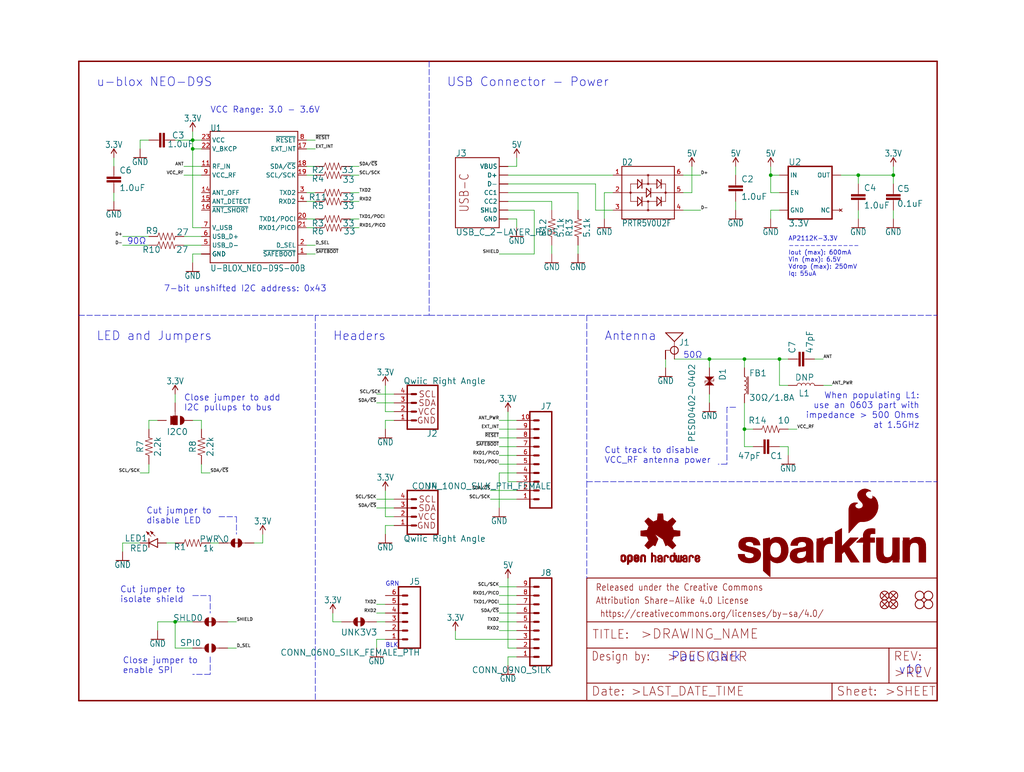
<source format=kicad_sch>
(kicad_sch (version 20211123) (generator eeschema)
  (paper "User" 297.002 223.926)
  (lib_symbols
    (symbol "eagleSchem-eagle-import:0.1UF-0603-25V-(+80{slash}-20%)"
      (property "Reference" "C" (at 1.524 2.921 0))
      (property "Value" "0.1UF-0603-25V-(+80{slash}-20%)" (at 1.524 -2.159 0))
      (symbol "0.1UF-0603-25V-(+80{slash}-20%)_1_0"
        (pin passive line (at 0 5.08 270) (length 2.54) (name "1") (number "1"))
        (pin passive line (at 0 -2.54 90) (length 2.54) (name "2") (number "2"))
      )
    )
    (symbol "eagleSchem-eagle-import:1.0UF-0603-16V-10%"
      (property "Reference" "C" (at 1.524 2.921 0))
      (property "Value" "1.0UF-0603-16V-10%" (at 1.524 -2.159 0))
      (symbol "1.0UF-0603-16V-10%_1_0"
        (pin passive line (at 0 5.08 270) (length 2.54) (name "1") (number "1"))
        (pin passive line (at 0 -2.54 90) (length 2.54) (name "2") (number "2"))
      )
    )
    (symbol "eagleSchem-eagle-import:10OHM-0603-1{slash}10W-1%"
      (property "Reference" "R" (at 0 1.524 0))
      (property "Value" "10OHM-0603-1{slash}10W-1%" (at 0 -1.524 0))
      (symbol "10OHM-0603-1{slash}10W-1%_1_0"
        (pin passive line (at -5.08 0 0) (length 2.54) (name "1") (number "1"))
        (pin passive line (at 5.08 0 180) (length 2.54) (name "2") (number "2"))
      )
    )
    (symbol "eagleSchem-eagle-import:1KOHM-0603-1{slash}10W-1%"
      (property "Reference" "R" (at 0 1.524 0))
      (property "Value" "1KOHM-0603-1{slash}10W-1%" (at 0 -1.524 0))
      (symbol "1KOHM-0603-1{slash}10W-1%_1_0"
        (pin passive line (at -5.08 0 0) (length 2.54) (name "1") (number "1"))
        (pin passive line (at 5.08 0 180) (length 2.54) (name "2") (number "2"))
      )
    )
    (symbol "eagleSchem-eagle-import:2.2KOHM-0603-1{slash}10W-1%"
      (property "Reference" "R" (at 0 1.524 0))
      (property "Value" "2.2KOHM-0603-1{slash}10W-1%" (at 0 -1.524 0))
      (symbol "2.2KOHM-0603-1{slash}10W-1%_1_0"
        (pin passive line (at -5.08 0 0) (length 2.54) (name "1") (number "1"))
        (pin passive line (at 5.08 0 180) (length 2.54) (name "2") (number "2"))
      )
    )
    (symbol "eagleSchem-eagle-import:27OHM-0603-1{slash}10W-1%"
      (property "Reference" "R" (at 0 1.524 0))
      (property "Value" "27OHM-0603-1{slash}10W-1%" (at 0 -1.524 0))
      (symbol "27OHM-0603-1{slash}10W-1%_1_0"
        (pin passive line (at -5.08 0 0) (length 2.54) (name "1") (number "1"))
        (pin passive line (at 5.08 0 180) (length 2.54) (name "2") (number "2"))
      )
    )
    (symbol "eagleSchem-eagle-import:3.3V" (power)
      (property "Value" "3.3V" (at 0 2.794 0))
      (symbol "3.3V_1_0"
        (pin power_in line (at 0 0 90) (length 2.54) (name "3.3V") (number "1"))
      )
    )
    (symbol "eagleSchem-eagle-import:33OHM-0603-1{slash}10W-1%"
      (property "Reference" "R" (at 0 1.524 0))
      (property "Value" "33OHM-0603-1{slash}10W-1%" (at 0 -1.524 0))
      (symbol "33OHM-0603-1{slash}10W-1%_1_0"
        (pin passive line (at -5.08 0 0) (length 2.54) (name "1") (number "1"))
        (pin passive line (at 5.08 0 180) (length 2.54) (name "2") (number "2"))
      )
    )
    (symbol "eagleSchem-eagle-import:47PF-0603-50V-5%"
      (property "Reference" "C" (at 1.524 2.921 0))
      (property "Value" "47PF-0603-50V-5%" (at 1.524 -2.159 0))
      (symbol "47PF-0603-50V-5%_1_0"
        (pin passive line (at 0 5.08 270) (length 2.54) (name "1") (number "1"))
        (pin passive line (at 0 -2.54 90) (length 2.54) (name "2") (number "2"))
      )
    )
    (symbol "eagleSchem-eagle-import:5.1KOHM5.1KOHM-0603-1{slash}10W-1%"
      (property "Reference" "R" (at 0 1.524 0))
      (property "Value" "5.1KOHM5.1KOHM-0603-1{slash}10W-1%" (at 0 -1.524 0))
      (symbol "5.1KOHM5.1KOHM-0603-1{slash}10W-1%_1_0"
        (pin passive line (at -5.08 0 0) (length 2.54) (name "1") (number "1"))
        (pin passive line (at 5.08 0 180) (length 2.54) (name "2") (number "2"))
      )
    )
    (symbol "eagleSchem-eagle-import:5V" (power)
      (property "Value" "5V" (at 0 2.794 0))
      (symbol "5V_1_0"
        (pin power_in line (at 0 0 90) (length 2.54) (name "5V") (number "1"))
      )
    )
    (symbol "eagleSchem-eagle-import:ANTENNA-SMA-GROUNDEDEDGE_SMA"
      (property "Reference" "E" (at 3.048 0 0))
      (property "Value" "ANTENNA-SMA-GROUNDEDEDGE_SMA" (at 3.048 -2.286 0))
      (symbol "ANTENNA-SMA-GROUNDEDEDGE_SMA_1_0"
        (pin bidirectional line (at 2.54 -2.54 90) (length 2.54) (name "GND") (number "GND@0"))
        (pin bidirectional line (at 2.54 -2.54 90) (length 2.54) (name "GND") (number "GND@1"))
        (pin bidirectional line (at 2.54 -2.54 90) (length 2.54) (name "GND") (number "GND@2"))
        (pin bidirectional line (at 2.54 -2.54 90) (length 2.54) (name "GND") (number "GND@3"))
        (pin bidirectional line (at 0 -2.54 90) (length 2.54) (name "SIGNAL") (number "SIG"))
      )
    )
    (symbol "eagleSchem-eagle-import:CONN_06NO_SILK_FEMALE_PTH"
      (property "Reference" "J" (at -5.08 10.668 0))
      (property "Value" "CONN_06NO_SILK_FEMALE_PTH" (at -5.08 -9.906 0))
      (symbol "CONN_06NO_SILK_FEMALE_PTH_1_0"
        (pin passive line (at 5.08 -5.08 180) (length 5.08) (name "1") (number "1"))
        (pin passive line (at 5.08 -2.54 180) (length 5.08) (name "2") (number "2"))
        (pin passive line (at 5.08 0 180) (length 5.08) (name "3") (number "3"))
        (pin passive line (at 5.08 2.54 180) (length 5.08) (name "4") (number "4"))
        (pin passive line (at 5.08 5.08 180) (length 5.08) (name "5") (number "5"))
        (pin passive line (at 5.08 7.62 180) (length 5.08) (name "6") (number "6"))
      )
    )
    (symbol "eagleSchem-eagle-import:CONN_09NO_SILK"
      (property "Reference" "J" (at 0 13.208 0))
      (property "Value" "CONN_09NO_SILK" (at 0 -14.986 0))
      (symbol "CONN_09NO_SILK_1_0"
        (pin passive line (at 10.16 -10.16 180) (length 5.08) (name "1") (number "1"))
        (pin passive line (at 10.16 -7.62 180) (length 5.08) (name "2") (number "2"))
        (pin passive line (at 10.16 -5.08 180) (length 5.08) (name "3") (number "3"))
        (pin passive line (at 10.16 -2.54 180) (length 5.08) (name "4") (number "4"))
        (pin passive line (at 10.16 0 180) (length 5.08) (name "5") (number "5"))
        (pin passive line (at 10.16 2.54 180) (length 5.08) (name "6") (number "6"))
        (pin passive line (at 10.16 5.08 180) (length 5.08) (name "7") (number "7"))
        (pin passive line (at 10.16 7.62 180) (length 5.08) (name "8") (number "8"))
        (pin passive line (at 10.16 10.16 180) (length 5.08) (name "9") (number "9"))
      )
    )
    (symbol "eagleSchem-eagle-import:CONN_10NO_SILK_PTH_FEMALE"
      (property "Reference" "J" (at 0 8.128 0))
      (property "Value" "CONN_10NO_SILK_PTH_FEMALE" (at 0 -22.606 0))
      (symbol "CONN_10NO_SILK_PTH_FEMALE_1_0"
        (pin passive line (at 10.16 -17.78 180) (length 5.08) (name "1") (number "1"))
        (pin passive line (at 10.16 5.08 180) (length 5.08) (name "10") (number "10"))
        (pin passive line (at 10.16 -15.24 180) (length 5.08) (name "2") (number "2"))
        (pin passive line (at 10.16 -12.7 180) (length 5.08) (name "3") (number "3"))
        (pin passive line (at 10.16 -10.16 180) (length 5.08) (name "4") (number "4"))
        (pin passive line (at 10.16 -7.62 180) (length 5.08) (name "5") (number "5"))
        (pin passive line (at 10.16 -5.08 180) (length 5.08) (name "6") (number "6"))
        (pin passive line (at 10.16 -2.54 180) (length 5.08) (name "7") (number "7"))
        (pin passive line (at 10.16 0 180) (length 5.08) (name "8") (number "8"))
        (pin passive line (at 10.16 2.54 180) (length 5.08) (name "9") (number "9"))
      )
    )
    (symbol "eagleSchem-eagle-import:DNP-0603_NO-CREAM"
      (property "Value" "DNP-0603_NO-CREAM" (at 1.27 -2.54 0))
      (symbol "DNP-0603_NO-CREAM_1_0"
        (pin passive line (at 0 5.08 270) (length 2.54) (name "1") (number "1"))
        (pin passive line (at 0 -5.08 90) (length 2.54) (name "2") (number "2"))
      )
    )
    (symbol "eagleSchem-eagle-import:FERRITE_BEAD-0603"
      (property "Reference" "FB" (at 1.27 2.54 0))
      (property "Value" "FERRITE_BEAD-0603" (at 1.27 -2.54 0))
      (symbol "FERRITE_BEAD-0603_1_0"
        (pin passive line (at 0 5.08 270) (length 2.54) (name "1") (number "1"))
        (pin passive line (at 0 -5.08 90) (length 2.54) (name "2") (number "2"))
      )
    )
    (symbol "eagleSchem-eagle-import:FIDUCIALUFIDUCIAL")
    (symbol "eagleSchem-eagle-import:FRAME-LETTER"
      (symbol "FRAME-LETTER_2_0"
        (text " https://creativecommons.org/licenses/by-sa/4.0/" (at 2.54 24.13 0) (effects (font (size 1.9304 1.6408)) (justify left bottom)))
        (text ">DESIGNER" (at 23.114 11.176 0) (effects (font (size 2.7432 2.7432)) (justify left bottom)))
        (text ">DRAWING_NAME" (at 15.494 17.78 0) (effects (font (size 2.7432 2.7432)) (justify left bottom)))
        (text ">LAST_DATE_TIME" (at 12.7 1.27 0) (effects (font (size 2.54 2.54)) (justify left bottom)))
        (text ">REV" (at 88.9 6.604 0) (effects (font (size 2.7432 2.7432)) (justify left bottom)))
        (text ">SHEET" (at 86.36 1.27 0) (effects (font (size 2.54 2.54)) (justify left bottom)))
        (text "Attribution Share-Alike 4.0 License" (at 2.54 27.94 0) (effects (font (size 1.9304 1.6408)) (justify left bottom)))
        (text "Date:" (at 1.27 1.27 0) (effects (font (size 2.54 2.54)) (justify left bottom)))
        (text "Design by:" (at 1.27 11.43 0) (effects (font (size 2.54 2.159)) (justify left bottom)))
        (text "Released under the Creative Commons" (at 2.54 31.75 0) (effects (font (size 1.9304 1.6408)) (justify left bottom)))
        (text "REV:" (at 88.9 11.43 0) (effects (font (size 2.54 2.54)) (justify left bottom)))
        (text "Sheet:" (at 72.39 1.27 0) (effects (font (size 2.54 2.54)) (justify left bottom)))
        (text "TITLE:" (at 1.524 17.78 0) (effects (font (size 2.54 2.54)) (justify left bottom)))
      )
    )
    (symbol "eagleSchem-eagle-import:GND" (power)
      (property "Value" "GND" (at 0 -0.254 0))
      (symbol "GND_1_0"
        (pin power_in line (at 0 2.54 270) (length 2.54) (name "GND") (number "1"))
      )
    )
    (symbol "eagleSchem-eagle-import:I2C_STANDARDQWIIC"
      (property "Reference" "J" (at -5.08 7.874 0))
      (property "Value" "I2C_STANDARDQWIIC" (at -5.08 -5.334 0))
      (symbol "I2C_STANDARDQWIIC_1_0"
        (text "GND" (at -4.572 -2.54 0) (effects (font (size 1.778 1.778)) (justify left)))
        (text "SCL" (at -4.572 5.08 0) (effects (font (size 1.778 1.778)) (justify left)))
        (text "SDA" (at -4.572 2.54 0) (effects (font (size 1.778 1.778)) (justify left)))
        (text "VCC" (at -4.572 0 0) (effects (font (size 1.778 1.778)) (justify left)))
        (pin power_in line (at 7.62 -2.54 180) (length 5.08) (name "1") (number "1"))
        (pin power_in line (at 7.62 0 180) (length 5.08) (name "2") (number "2"))
        (pin passive line (at 7.62 2.54 180) (length 5.08) (name "3") (number "3"))
        (pin passive line (at 7.62 5.08 180) (length 5.08) (name "4") (number "4"))
      )
    )
    (symbol "eagleSchem-eagle-import:JUMPER-SMT_2_NC_TRACE_SILK"
      (property "Reference" "JP" (at 0 3.048 0))
      (property "Value" "JUMPER-SMT_2_NC_TRACE_SILK" (at 0 -3.048 0))
      (symbol "JUMPER-SMT_2_NC_TRACE_SILK_1_0"
        (pin passive line (at -5.08 0 0) (length 2.54) (name "1") (number "1"))
        (pin passive line (at 5.08 0 180) (length 2.54) (name "2") (number "2"))
      )
    )
    (symbol "eagleSchem-eagle-import:JUMPER-SMT_2_NO_SILK"
      (property "Reference" "JP" (at 0 2.794 0))
      (property "Value" "JUMPER-SMT_2_NO_SILK" (at 0 -2.794 0))
      (symbol "JUMPER-SMT_2_NO_SILK_1_0"
        (pin passive line (at -5.08 0 0) (length 2.54) (name "1") (number "1"))
        (pin passive line (at 5.08 0 180) (length 2.54) (name "2") (number "2"))
      )
    )
    (symbol "eagleSchem-eagle-import:JUMPER-SMT_3_NO_SILK"
      (property "Reference" "JP" (at 6.096 1.27 0))
      (property "Value" "JUMPER-SMT_3_NO_SILK" (at 6.858 -1.524 0))
      (symbol "JUMPER-SMT_3_NO_SILK_1_0"
        (pin passive line (at 0 5.08 270) (length 2.54) (name "1") (number "1"))
        (pin passive line (at -5.08 0 0) (length 2.54) (name "2") (number "2"))
        (pin passive line (at 0 -5.08 90) (length 2.54) (name "3") (number "3"))
      )
    )
    (symbol "eagleSchem-eagle-import:LED-RED0603"
      (property "Reference" "D" (at -3.429 -4.572 90))
      (property "Value" "LED-RED0603" (at 1.905 -4.572 90))
      (symbol "LED-RED0603_1_0"
        (pin passive line (at 0 2.54 270) (length 2.54) (name "A") (number "A"))
        (pin passive line (at 0 -5.08 90) (length 2.54) (name "C") (number "C"))
      )
    )
    (symbol "eagleSchem-eagle-import:OSHW-LOGOS")
    (symbol "eagleSchem-eagle-import:PESD0402-0402"
      (property "Reference" "D" (at -2.54 2.794 0))
      (property "Value" "PESD0402-0402" (at -2.54 -2.794 0))
      (symbol "PESD0402-0402_1_0"
        (pin bidirectional line (at -2.54 0 0) (length 2.54) (name "1") (number "1"))
        (pin bidirectional line (at 5.08 0 180) (length 2.54) (name "2") (number "2"))
      )
    )
    (symbol "eagleSchem-eagle-import:PRTR5V0U2F"
      (property "Reference" "D" (at -7.62 7.874 0))
      (property "Value" "PRTR5V0U2F" (at -7.62 -7.874 0))
      (symbol "PRTR5V0U2F_1_0"
        (pin bidirectional line (at -10.16 5.08 0) (length 2.54) (name "1") (number "1"))
        (pin power_in line (at -10.16 0 0) (length 2.54) (name "2") (number "2"))
        (pin bidirectional line (at -10.16 -5.08 0) (length 2.54) (name "3") (number "3"))
        (pin bidirectional line (at 10.16 -5.08 180) (length 2.54) (name "4") (number "4"))
        (pin power_in line (at 10.16 0 180) (length 2.54) (name "5") (number "5"))
        (pin bidirectional line (at 10.16 5.08 180) (length 2.54) (name "6") (number "6"))
      )
    )
    (symbol "eagleSchem-eagle-import:SFE_LOGO_NAME_FLAME.1_INCH")
    (symbol "eagleSchem-eagle-import:STAND-OFF")
    (symbol "eagleSchem-eagle-import:U-BLOX_NEO-D9S-00B"
      (property "Reference" "U" (at -12.7 17.78 0))
      (property "Value" "U-BLOX_NEO-D9S-00B" (at -12.7 -22.86 0))
      (symbol "U-BLOX_NEO-D9S-00B_1_0"
        (pin input line (at 15.24 -17.78 180) (length 2.54) (name "~{SAFEBOOT}") (number "1"))
        (pin power_in line (at -15.24 -17.78 0) (length 2.54) (name "GND") (number "10"))
        (pin input line (at -15.24 7.62 0) (length 2.54) (name "RF_IN") (number "11"))
        (pin power_in line (at -15.24 -17.78 0) (length 2.54) (name "GND") (number "12"))
        (pin power_in line (at -15.24 -17.78 0) (length 2.54) (name "GND") (number "13"))
        (pin output line (at -15.24 0 0) (length 2.54) (name "ANT_OFF") (number "14"))
        (pin input line (at -15.24 -2.54 0) (length 2.54) (name "ANT_DETECT") (number "15"))
        (pin output line (at -15.24 -5.08 0) (length 2.54) (name "~{ANT_SHORT}") (number "16"))
        (pin input line (at 15.24 12.7 180) (length 2.54) (name "EXT_INT") (number "17"))
        (pin bidirectional line (at 15.24 7.62 180) (length 2.54) (name "SDA/~{CS}") (number "18"))
        (pin bidirectional line (at 15.24 5.08 180) (length 2.54) (name "SCL/SCK") (number "19"))
        (pin input line (at 15.24 -15.24 180) (length 2.54) (name "D_SEL") (number "2"))
        (pin output line (at 15.24 -7.62 180) (length 2.54) (name "TXD1/POCI") (number "20"))
        (pin input line (at 15.24 -10.16 180) (length 2.54) (name "RXD1/PICO") (number "21"))
        (pin power_in line (at -15.24 12.7 0) (length 2.54) (name "V_BKCP") (number "22"))
        (pin power_in line (at -15.24 15.24 0) (length 2.54) (name "VCC") (number "23"))
        (pin power_in line (at -15.24 -17.78 0) (length 2.54) (name "GND") (number "24"))
        (pin output line (at 15.24 0 180) (length 2.54) (name "TXD2") (number "3"))
        (pin input line (at 15.24 -2.54 180) (length 2.54) (name "RXD2") (number "4"))
        (pin bidirectional line (at -15.24 -15.24 0) (length 2.54) (name "USB_D-") (number "5"))
        (pin bidirectional line (at -15.24 -12.7 0) (length 2.54) (name "USB_D+") (number "6"))
        (pin power_in line (at -15.24 -10.16 0) (length 2.54) (name "V_USB") (number "7"))
        (pin input line (at 15.24 15.24 180) (length 2.54) (name "~{RESET}") (number "8"))
        (pin output line (at -15.24 5.08 0) (length 2.54) (name "VCC_RF") (number "9"))
      )
    )
    (symbol "eagleSchem-eagle-import:USB_C_2-LAYER_PADS"
      (property "Reference" "J" (at -2.54 10.414 0))
      (property "Value" "USB_C_2-LAYER_PADS" (at -2.54 -12.446 0))
      (symbol "USB_C_2-LAYER_PADS_1_0"
        (text "USB-C" (at 0 0 900) (effects (font (size 2.54 2.159))))
        (pin bidirectional line (at 12.7 0 180) (length 2.54) (name "CC1") (number "A5"))
        (pin bidirectional line (at 12.7 5.08 180) (length 2.54) (name "D+") (number "A6"))
        (pin bidirectional line (at 12.7 2.54 180) (length 2.54) (name "D-") (number "A7"))
        (pin bidirectional line (at 12.7 -2.54 180) (length 2.54) (name "CC2") (number "B5"))
        (pin bidirectional line (at 12.7 5.08 180) (length 2.54) (name "D+") (number "B6"))
        (pin bidirectional line (at 12.7 2.54 180) (length 2.54) (name "D-") (number "B7"))
        (pin bidirectional line (at 12.7 -7.62 180) (length 2.54) (name "GND") (number "GND"))
        (pin bidirectional line (at 12.7 -7.62 180) (length 2.54) (name "GND") (number "GND2"))
        (pin bidirectional line (at 12.7 -5.08 180) (length 2.54) (name "SHLD") (number "SHLD1"))
        (pin bidirectional line (at 12.7 -5.08 180) (length 2.54) (name "SHLD") (number "SHLD2"))
        (pin bidirectional line (at 12.7 -5.08 180) (length 2.54) (name "SHLD") (number "SHLD3"))
        (pin bidirectional line (at 12.7 -5.08 180) (length 2.54) (name "SHLD") (number "SHLD4"))
        (pin bidirectional line (at 12.7 7.62 180) (length 2.54) (name "VBUS") (number "VBUS1"))
        (pin bidirectional line (at 12.7 7.62 180) (length 2.54) (name "VBUS") (number "VBUS2"))
      )
    )
    (symbol "eagleSchem-eagle-import:V_REG_AP2112K-3.3V"
      (property "Reference" "U" (at -7.62 7.874 0))
      (property "Value" "V_REG_AP2112K-3.3V" (at -7.62 -7.874 0))
      (symbol "V_REG_AP2112K-3.3V_1_0"
        (pin input line (at -10.16 5.08 0) (length 2.54) (name "IN") (number "1"))
        (pin input line (at -10.16 -5.08 0) (length 2.54) (name "GND") (number "2"))
        (pin input line (at -10.16 0 0) (length 2.54) (name "EN") (number "3"))
        (pin no_connect line (at 7.62 -5.08 180) (length 2.54) (name "NC") (number "4"))
        (pin passive line (at 7.62 5.08 180) (length 2.54) (name "OUT") (number "5"))
      )
    )
  )
  (junction (at 223.52 50.8))
  (junction (at 50.8 180.34))
  (junction (at 215.9 124.46))
  (junction (at 215.9 104.14))
  (junction (at 55.88 43.18))
  (junction (at 259.08 50.8))
  (junction (at 248.92 50.8))
  (junction (at 205.74 104.14))
  (junction (at 226.06 104.14))
  (junction (at 55.88 40.64))
  (polyline (pts (xy 124.46 91.44) (xy 91.44 91.44)))
  (wire (pts (xy 215.9 104.14) (xy 215.9 106.68)))
  (wire (pts (xy 205.74 114.3) (xy 205.74 116.84)))
  (wire (pts (xy 259.08 48.26) (xy 259.08 50.8)))
  (wire (pts (xy 66.04 180.34) (xy 68.58 180.34)))
  (wire (pts (xy 147.32 190.5) (xy 147.32 193.04)))
  (wire (pts (xy 114.3 144.78) (xy 109.22 144.78)))
  (wire (pts (xy 154.94 73.66) (xy 144.78 73.66)))
  (wire (pts (xy 149.86 172.72) (xy 144.78 172.72)))
  (wire (pts (xy 109.22 180.34) (xy 111.76 180.34)))
  (wire (pts (xy 40.64 40.64) (xy 40.64 43.18)))
  (wire (pts (xy 43.18 134.62) (xy 43.18 137.16)))
  (wire (pts (xy 231.14 124.46) (xy 228.6 124.46)))
  (wire (pts (xy 149.86 121.92) (xy 144.78 121.92)))
  (wire (pts (xy 223.52 55.88) (xy 223.52 50.8)))
  (wire (pts (xy 154.94 60.96) (xy 154.94 73.66)))
  (wire (pts (xy 91.44 50.8) (xy 88.9 50.8)))
  (wire (pts (xy 160.02 71.12) (xy 160.02 73.66)))
  (wire (pts (xy 43.18 124.46) (xy 43.18 121.92)))
  (wire (pts (xy 149.86 48.26) (xy 147.32 48.26)))
  (wire (pts (xy 198.12 55.88) (xy 200.66 55.88)))
  (wire (pts (xy 96.52 180.34) (xy 99.06 180.34)))
  (wire (pts (xy 55.88 73.66) (xy 58.42 73.66)))
  (wire (pts (xy 101.6 66.04) (xy 104.14 66.04)))
  (wire (pts (xy 114.3 147.32) (xy 109.22 147.32)))
  (polyline (pts (xy 22.86 91.44) (xy 91.44 91.44)))
  (wire (pts (xy 55.88 43.18) (xy 58.42 43.18)))
  (wire (pts (xy 200.66 55.88) (xy 200.66 48.26)))
  (wire (pts (xy 63.5 157.48) (xy 60.96 157.48)))
  (wire (pts (xy 198.12 60.96) (xy 203.2 60.96)))
  (polyline (pts (xy 124.46 17.78) (xy 124.46 91.44)))
  (wire (pts (xy 149.86 175.26) (xy 144.78 175.26)))
  (wire (pts (xy 132.08 185.42) (xy 132.08 182.88)))
  (wire (pts (xy 109.22 185.42) (xy 109.22 187.96)))
  (wire (pts (xy 243.84 50.8) (xy 248.92 50.8)))
  (wire (pts (xy 205.74 106.68) (xy 205.74 104.14)))
  (wire (pts (xy 259.08 53.34) (xy 259.08 50.8)))
  (wire (pts (xy 68.58 187.96) (xy 66.04 187.96)))
  (wire (pts (xy 43.18 137.16) (xy 40.64 137.16)))
  (wire (pts (xy 101.6 50.8) (xy 104.14 50.8)))
  (wire (pts (xy 147.32 53.34) (xy 172.72 53.34)))
  (wire (pts (xy 147.32 55.88) (xy 167.64 55.88)))
  (wire (pts (xy 228.6 104.14) (xy 226.06 104.14)))
  (wire (pts (xy 195.58 104.14) (xy 205.74 104.14)))
  (wire (pts (xy 228.6 111.76) (xy 226.06 111.76)))
  (wire (pts (xy 149.86 182.88) (xy 144.78 182.88)))
  (wire (pts (xy 149.86 185.42) (xy 132.08 185.42)))
  (wire (pts (xy 248.92 50.8) (xy 259.08 50.8)))
  (wire (pts (xy 149.86 127) (xy 144.78 127)))
  (wire (pts (xy 58.42 121.92) (xy 55.88 121.92)))
  (wire (pts (xy 111.76 152.4) (xy 111.76 154.94)))
  (wire (pts (xy 43.18 71.12) (xy 35.56 71.12)))
  (wire (pts (xy 91.44 63.5) (xy 88.9 63.5)))
  (polyline (pts (xy 170.18 139.7) (xy 271.78 139.7)))
  (wire (pts (xy 226.06 55.88) (xy 223.52 55.88)))
  (wire (pts (xy 149.86 142.24) (xy 142.24 142.24)))
  (wire (pts (xy 114.3 121.92) (xy 111.76 121.92)))
  (polyline (pts (xy 91.44 91.44) (xy 91.44 203.2)))
  (wire (pts (xy 226.06 104.14) (xy 215.9 104.14)))
  (wire (pts (xy 215.9 104.14) (xy 205.74 104.14)))
  (wire (pts (xy 50.8 180.34) (xy 45.72 180.34)))
  (wire (pts (xy 167.64 55.88) (xy 167.64 60.96)))
  (wire (pts (xy 45.72 182.88) (xy 45.72 180.34)))
  (wire (pts (xy 53.34 50.8) (xy 58.42 50.8)))
  (polyline (pts (xy 55.88 172.72) (xy 60.96 172.72)))
  (wire (pts (xy 114.3 114.3) (xy 109.22 114.3)))
  (wire (pts (xy 172.72 53.34) (xy 172.72 60.96)))
  (wire (pts (xy 48.26 157.48) (xy 50.8 157.48)))
  (wire (pts (xy 160.02 60.96) (xy 160.02 58.42)))
  (wire (pts (xy 55.88 66.04) (xy 58.42 66.04)))
  (wire (pts (xy 149.86 134.62) (xy 144.78 134.62)))
  (wire (pts (xy 101.6 55.88) (xy 104.14 55.88)))
  (wire (pts (xy 43.18 40.64) (xy 40.64 40.64)))
  (wire (pts (xy 149.86 177.8) (xy 144.78 177.8)))
  (wire (pts (xy 101.6 63.5) (xy 104.14 63.5)))
  (wire (pts (xy 149.86 187.96) (xy 147.32 187.96)))
  (wire (pts (xy 149.86 132.08) (xy 144.78 132.08)))
  (wire (pts (xy 33.02 55.88) (xy 33.02 58.42)))
  (wire (pts (xy 147.32 63.5) (xy 149.86 63.5)))
  (wire (pts (xy 53.34 68.58) (xy 58.42 68.58)))
  (wire (pts (xy 114.3 152.4) (xy 111.76 152.4)))
  (wire (pts (xy 55.88 66.04) (xy 55.88 43.18)))
  (wire (pts (xy 215.9 129.54) (xy 218.44 129.54)))
  (wire (pts (xy 147.32 187.96) (xy 147.32 167.64)))
  (polyline (pts (xy 60.96 190.5) (xy 60.96 195.58)))
  (wire (pts (xy 238.76 111.76) (xy 241.3 111.76)))
  (wire (pts (xy 149.86 129.54) (xy 144.78 129.54)))
  (wire (pts (xy 111.76 119.38) (xy 111.76 111.76)))
  (wire (pts (xy 248.92 63.5) (xy 248.92 60.96)))
  (wire (pts (xy 223.52 60.96) (xy 223.52 63.5)))
  (polyline (pts (xy 63.5 149.86) (xy 68.58 149.86)))
  (wire (pts (xy 91.44 40.64) (xy 88.9 40.64)))
  (wire (pts (xy 177.8 60.96) (xy 172.72 60.96)))
  (wire (pts (xy 55.88 187.96) (xy 50.8 187.96)))
  (wire (pts (xy 226.06 111.76) (xy 226.06 104.14)))
  (wire (pts (xy 33.02 48.26) (xy 33.02 45.72)))
  (wire (pts (xy 149.86 190.5) (xy 147.32 190.5)))
  (wire (pts (xy 96.52 177.8) (xy 96.52 180.34)))
  (wire (pts (xy 213.36 48.26) (xy 213.36 50.8)))
  (wire (pts (xy 259.08 63.5) (xy 259.08 60.96)))
  (wire (pts (xy 215.9 124.46) (xy 215.9 129.54)))
  (wire (pts (xy 228.6 132.08) (xy 228.6 129.54)))
  (wire (pts (xy 218.44 124.46) (xy 215.9 124.46)))
  (wire (pts (xy 55.88 40.64) (xy 58.42 40.64)))
  (wire (pts (xy 215.9 116.84) (xy 215.9 124.46)))
  (wire (pts (xy 91.44 48.26) (xy 88.9 48.26)))
  (wire (pts (xy 177.8 50.8) (xy 147.32 50.8)))
  (wire (pts (xy 147.32 119.38) (xy 147.32 139.7)))
  (wire (pts (xy 43.18 68.58) (xy 35.56 68.58)))
  (wire (pts (xy 236.22 104.14) (xy 238.76 104.14)))
  (wire (pts (xy 149.86 124.46) (xy 144.78 124.46)))
  (wire (pts (xy 160.02 58.42) (xy 147.32 58.42)))
  (polyline (pts (xy 213.36 118.11) (xy 210.82 118.11)))
  (wire (pts (xy 149.86 170.18) (xy 144.78 170.18)))
  (wire (pts (xy 177.8 55.88) (xy 175.26 55.88)))
  (wire (pts (xy 147.32 60.96) (xy 154.94 60.96)))
  (wire (pts (xy 147.32 139.7) (xy 149.86 139.7)))
  (wire (pts (xy 55.88 43.18) (xy 55.88 40.64)))
  (wire (pts (xy 149.86 45.72) (xy 149.86 48.26)))
  (wire (pts (xy 55.88 73.66) (xy 55.88 76.2)))
  (wire (pts (xy 53.34 48.26) (xy 58.42 48.26)))
  (wire (pts (xy 91.44 43.18) (xy 88.9 43.18)))
  (wire (pts (xy 35.56 157.48) (xy 40.64 157.48)))
  (wire (pts (xy 55.88 40.64) (xy 50.8 40.64)))
  (wire (pts (xy 228.6 129.54) (xy 226.06 129.54)))
  (wire (pts (xy 149.86 144.78) (xy 142.24 144.78)))
  (wire (pts (xy 50.8 114.3) (xy 50.8 116.84)))
  (wire (pts (xy 111.76 121.92) (xy 111.76 124.46)))
  (wire (pts (xy 226.06 60.96) (xy 223.52 60.96)))
  (polyline (pts (xy 170.18 91.44) (xy 271.78 91.44)))
  (wire (pts (xy 58.42 137.16) (xy 60.96 137.16)))
  (wire (pts (xy 58.42 134.62) (xy 58.42 137.16)))
  (wire (pts (xy 223.52 50.8) (xy 226.06 50.8)))
  (wire (pts (xy 91.44 73.66) (xy 88.9 73.66)))
  (wire (pts (xy 248.92 50.8) (xy 248.92 53.34)))
  (polyline (pts (xy 124.46 91.44) (xy 170.18 91.44)))
  (wire (pts (xy 175.26 55.88) (xy 175.26 63.5)))
  (wire (pts (xy 91.44 66.04) (xy 88.9 66.04)))
  (wire (pts (xy 114.3 149.86) (xy 111.76 149.86)))
  (polyline (pts (xy 68.58 149.86) (xy 68.58 154.94)))
  (wire (pts (xy 149.86 180.34) (xy 144.78 180.34)))
  (wire (pts (xy 101.6 58.42) (xy 104.14 58.42)))
  (polyline (pts (xy 210.82 118.11) (xy 210.82 134.62)))
  (wire (pts (xy 149.86 137.16) (xy 144.78 137.16)))
  (wire (pts (xy 101.6 48.26) (xy 104.14 48.26)))
  (wire (pts (xy 193.04 104.14) (xy 193.04 106.68)))
  (polyline (pts (xy 170.18 91.44) (xy 170.18 139.7)))
  (polyline (pts (xy 60.96 195.58) (xy 55.88 195.58)))
  (wire (pts (xy 91.44 58.42) (xy 88.9 58.42)))
  (wire (pts (xy 73.66 157.48) (xy 76.2 157.48)))
  (polyline (pts (xy 60.96 172.72) (xy 60.96 177.8)))
  (wire (pts (xy 50.8 187.96) (xy 50.8 180.34)))
  (wire (pts (xy 167.64 71.12) (xy 167.64 73.66)))
  (wire (pts (xy 144.78 137.16) (xy 144.78 147.32)))
  (wire (pts (xy 111.76 177.8) (xy 109.22 177.8)))
  (wire (pts (xy 53.34 71.12) (xy 58.42 71.12)))
  (wire (pts (xy 213.36 60.96) (xy 213.36 58.42)))
  (wire (pts (xy 149.86 63.5) (xy 149.86 66.04)))
  (wire (pts (xy 76.2 157.48) (xy 76.2 154.94)))
  (wire (pts (xy 55.88 38.1) (xy 55.88 40.64)))
  (wire (pts (xy 111.76 185.42) (xy 109.22 185.42)))
  (wire (pts (xy 35.56 160.02) (xy 35.56 157.48)))
  (polyline (pts (xy 210.82 134.62) (xy 208.28 134.62)))
  (wire (pts (xy 43.18 121.92) (xy 45.72 121.92)))
  (wire (pts (xy 91.44 55.88) (xy 88.9 55.88)))
  (wire (pts (xy 58.42 124.46) (xy 58.42 121.92)))
  (wire (pts (xy 114.3 119.38) (xy 111.76 119.38)))
  (polyline (pts (xy 170.18 139.7) (xy 170.18 167.64)))
  (wire (pts (xy 114.3 116.84) (xy 109.22 116.84)))
  (wire (pts (xy 91.44 71.12) (xy 88.9 71.12)))
  (wire (pts (xy 111.76 175.26) (xy 109.22 175.26)))
  (wire (pts (xy 198.12 50.8) (xy 203.2 50.8)))
  (wire (pts (xy 111.76 149.86) (xy 111.76 142.24)))
  (wire (pts (xy 55.88 180.34) (xy 50.8 180.34)))
  (wire (pts (xy 223.52 50.8) (xy 223.52 48.26)))
  (text "Cut track to disable\nVCC_RF antenna power" (at 175.26 134.62 180) (effects (font (size 1.778 1.778)) (justify left bottom)))
  (text "7-bit unshifted I2C address: 0x43" (at 71.12 83.82 180) (effects (font (size 1.778 1.778))))
  (text "VCC Range: 3.0 - 3.6V" (at 60.96 33.02 180) (effects (font (size 1.778 1.778)) (justify left bottom)))
  (text "GRN" (at 111.76 170.18 180) (effects (font (size 1.27 1.27)) (justify left bottom)))
  (text "Headers" (at 96.52 99.06 180) (effects (font (size 2.54 2.54)) (justify left bottom)))
  (text "90Ω" (at 36.83 71.12 180) (effects (font (size 1.778 1.778)) (justify left bottom)))
  (text "BLK" (at 111.76 187.96 180) (effects (font (size 1.27 1.27)) (justify left bottom)))
  (text "Cut jumper to\ndisable LED" (at 42.418 152.146 180) (effects (font (size 1.778 1.778)) (justify left bottom)))
  (text "USB Connector - Power" (at 129.54 25.4 180) (effects (font (size 2.54 2.54)) (justify left bottom)))
  (text "Paul Clark" (at 194.564 192.024 180) (effects (font (size 2.54 2.54)) (justify left bottom)))
  (text "v10" (at 260.604 195.834 180) (effects (font (size 2.54 2.54)) (justify left bottom)))
  (text "u-blox NEO-D9S" (at 27.94 25.4 180) (effects (font (size 2.54 2.54)) (justify left bottom)))
  (text "Close jumper to add\nI2C pullups to bus" (at 53.34 119.38 180) (effects (font (size 1.778 1.778)) (justify left bottom)))
  (text "When populating L1:\nuse an 0603 part with\nimpedance > 500 Ohms\nat 1.5GHz" (at 266.7 124.46 0) (effects (font (size 1.778 1.778)) (justify right bottom)))
  (text "AP2112K-3.3V\n-------------\nIout (max): 600mA\nVin (max): 6.5V\nVdrop (max): 250mV\nIq: 55uA" (at 228.6 68.58 0) (effects (font (size 1.27 1.27)) (justify left top)))
  (text "Cut jumper to\nisolate shield" (at 34.798 175.006 180) (effects (font (size 1.778 1.778)) (justify left bottom)))
  (text "LED and Jumpers" (at 27.94 99.06 180) (effects (font (size 2.54 2.54)) (justify left bottom)))
  (text "Close jumper to\nenable SPI" (at 35.56 195.58 180) (effects (font (size 1.778 1.778)) (justify left bottom)))
  (text "Antenna" (at 175.26 99.06 180) (effects (font (size 2.54 2.54)) (justify left bottom)))
  (text "50Ω" (at 198.12 104.14 180) (effects (font (size 1.778 1.778)) (justify left bottom)))
  (label "SDA/~{CS}" (at 60.96 137.16 0) (effects (font (size 0.889 0.889))))
  (label "RXD1/PICO" (at 104.14 66.04 0) (effects (font (size 0.889 0.889))))
  (label "VCC_RF" (at 53.34 50.8 180) (effects (font (size 0.889 0.889))))
  (label "RXD2" (at 109.22 177.8 180) (effects (font (size 0.889 0.889))))
  (label "RXD1/PICO" (at 144.78 132.08 180) (effects (font (size 0.889 0.889))))
  (label "SCL/SCK" (at 109.22 144.78 180) (effects (font (size 0.889 0.889))))
  (label "TXD2" (at 104.14 55.88 0) (effects (font (size 0.889 0.889))))
  (label "ANT_PWR" (at 241.3 111.76 0) (effects (font (size 0.889 0.889))))
  (label "SCL/SCK" (at 104.14 50.8 0) (effects (font (size 0.889 0.889))))
  (label "SCL/SCK" (at 110.49 114.3 180) (effects (font (size 0.889 0.889))))
  (label "~{SAFEBOOT}" (at 144.78 129.54 180) (effects (font (size 0.889 0.889))))
  (label "D_SEL" (at 68.58 187.96 0) (effects (font (size 0.889 0.889))))
  (label "ANT_PWR" (at 144.78 121.92 180) (effects (font (size 0.889 0.889))))
  (label "~{RESET}" (at 91.44 40.64 0) (effects (font (size 0.889 0.889))))
  (label "D_SEL" (at 91.44 71.12 0) (effects (font (size 0.889 0.889))))
  (label "TXD1/POCI" (at 104.14 63.5 0) (effects (font (size 0.889 0.889))))
  (label "~{SAFEBOOT}" (at 91.44 73.66 0) (effects (font (size 0.889 0.889))))
  (label "TXD1/POCI" (at 144.78 134.62 180) (effects (font (size 0.889 0.889))))
  (label "SCL/SCK" (at 144.78 170.18 180) (effects (font (size 0.889 0.889))))
  (label "VCC_RF" (at 231.14 124.46 0) (effects (font (size 0.889 0.889))))
  (label "SCL/SCK" (at 142.24 144.78 180) (effects (font (size 0.889 0.889))))
  (label "SDA/~{CS}" (at 142.24 142.24 180) (effects (font (size 0.889 0.889))))
  (label "SHIELD" (at 68.58 180.34 0) (effects (font (size 0.889 0.889))))
  (label "D-" (at 35.56 71.12 180) (effects (font (size 0.889 0.889))))
  (label "SDA/~{CS}" (at 144.78 177.8 180) (effects (font (size 0.889 0.889))))
  (label "SDA/~{CS}" (at 104.14 48.26 0) (effects (font (size 0.889 0.889))))
  (label "D+" (at 35.56 68.58 180) (effects (font (size 0.889 0.889))))
  (label "ANT" (at 238.76 104.14 0) (effects (font (size 0.889 0.889))))
  (label "TXD1/POCI" (at 144.78 175.26 180) (effects (font (size 0.889 0.889))))
  (label "D+" (at 203.2 50.8 0) (effects (font (size 0.889 0.889))))
  (label "ANT" (at 53.34 48.26 180) (effects (font (size 0.889 0.889))))
  (label "~{RESET}" (at 144.78 127 180) (effects (font (size 0.889 0.889))))
  (label "EXT_INT" (at 144.78 124.46 180) (effects (font (size 0.889 0.889))))
  (label "SHIELD" (at 144.78 73.66 180) (effects (font (size 0.889 0.889))))
  (label "TXD2" (at 144.78 180.34 180) (effects (font (size 0.889 0.889))))
  (label "EXT_INT" (at 91.44 43.18 0) (effects (font (size 0.889 0.889))))
  (label "SDA/~{CS}" (at 109.22 147.32 180) (effects (font (size 0.889 0.889))))
  (label "D-" (at 203.2 60.96 0) (effects (font (size 0.889 0.889))))
  (label "SCL/SCK" (at 40.64 137.16 180) (effects (font (size 0.889 0.889))))
  (label "SDA/~{CS}" (at 109.22 116.84 180) (effects (font (size 0.889 0.889))))
  (label "TXD2" (at 109.22 175.26 180) (effects (font (size 0.889 0.889))))
  (label "RXD2" (at 104.14 58.42 0) (effects (font (size 0.889 0.889))))
  (label "RXD1/PICO" (at 144.78 172.72 180) (effects (font (size 0.889 0.889))))
  (label "RXD2" (at 144.78 182.88 180) (effects (font (size 0.889 0.889))))
  (symbol (lib_id "eagleSchem-eagle-import:STAND-OFF") (at 269.24 172.72 0) (unit 1)
    (property "Reference" "JP31" (effects hide))
    (property "Value" "STAND-OFF" (effects hide))
    (property "Footprint" "eagleSchem:STAND-OFF" (effects hide))
  )
  (symbol (lib_id "eagleSchem-eagle-import:FERRITE_BEAD-0603") (at 215.9 111.76 0) (unit 1)
    (property "Reference" "FB1" (at 217.17 109.22 0) (effects (font (size 1.778 1.778)) (justify left bottom)))
    (property "Value" "30Ω/1.8A" (at 217.17 114.3 0) (effects (font (size 1.778 1.778)) (justify left top)))
    (property "Footprint" "eagleSchem:0603" (effects hide))
  )
  (symbol (lib_id "eagleSchem-eagle-import:5V") (at 213.36 48.26 0) (unit 1)
    (property "Reference" "#SUPPLY13" (effects hide))
    (property "Value" "5V" (at 213.36 45.466 0) (effects (font (size 1.778 1.5113)) (justify bottom)))
    (property "Footprint" "eagleSchem:" (effects hide))
  )
  (symbol (lib_id "eagleSchem-eagle-import:33OHM-0603-1{slash}10W-1%") (at 96.52 66.04 0) (unit 1)
    (property "Reference" "R6" (at 92.202 68.072 0) (effects (font (size 1.778 1.778)) (justify bottom)))
    (property "Value" "33" (at 101.346 68.072 0) (effects (font (size 1.778 1.778)) (justify bottom)))
    (property "Footprint" "eagleSchem:0603" (effects hide))
  )
  (symbol (lib_id "eagleSchem-eagle-import:5V") (at 149.86 45.72 0) (unit 1)
    (property "Reference" "#SUPPLY11" (effects hide))
    (property "Value" "5V" (at 149.86 42.926 0) (effects (font (size 1.778 1.5113)) (justify bottom)))
    (property "Footprint" "eagleSchem:" (effects hide))
  )
  (symbol (lib_id "eagleSchem-eagle-import:I2C_STANDARDQWIIC") (at 121.92 149.86 0) (mirror y) (unit 1)
    (property "Reference" "J4" (at 127 141.986 0) (effects (font (size 1.778 1.778)) (justify left bottom)))
    (property "Value" "Qwiic Right Angle" (at 140.97 155.194 0) (effects (font (size 1.778 1.778)) (justify left top)))
    (property "Footprint" "eagleSchem:JST04_1MM_RA" (effects hide))
  )
  (symbol (lib_id "eagleSchem-eagle-import:GND") (at 193.04 109.22 0) (unit 1)
    (property "Reference" "#GND27" (effects hide))
    (property "Value" "GND" (at 193.04 109.474 0) (effects (font (size 1.778 1.5113)) (justify top)))
    (property "Footprint" "eagleSchem:" (effects hide))
  )
  (symbol (lib_id "eagleSchem-eagle-import:CONN_09NO_SILK") (at 160.02 180.34 0) (mirror y) (unit 1)
    (property "Reference" "J8" (at 160.02 167.132 0) (effects (font (size 1.778 1.778)) (justify left bottom)))
    (property "Value" "CONN_09NO_SILK" (at 160.02 195.326 0) (effects (font (size 1.778 1.778)) (justify left bottom)))
    (property "Footprint" "eagleSchem:1X09_NO_SILK" (effects hide))
  )
  (symbol (lib_id "eagleSchem-eagle-import:JUMPER-SMT_3_NO_SILK") (at 50.8 121.92 270) (unit 1)
    (property "Reference" "I2C0" (at 48.26 126.238 90) (effects (font (size 1.778 1.778)) (justify left bottom)))
    (property "Value" "JUMPER-SMT_3_NO_SILK" (effects hide))
    (property "Footprint" "eagleSchem:SMT-JUMPER_3_NO_SILK" (effects hide))
  )
  (symbol (lib_id "eagleSchem-eagle-import:GND") (at 109.22 190.5 0) (unit 1)
    (property "Reference" "#GND5" (effects hide))
    (property "Value" "GND" (at 109.22 190.754 0) (effects (font (size 1.778 1.5113)) (justify top)))
    (property "Footprint" "eagleSchem:" (effects hide))
  )
  (symbol (lib_id "eagleSchem-eagle-import:27OHM-0603-1{slash}10W-1%") (at 48.26 68.58 0) (unit 1)
    (property "Reference" "R9" (at 44.069 67.945 0) (effects (font (size 1.778 1.778)) (justify bottom)))
    (property "Value" "27" (at 52.959 68.326 0) (effects (font (size 1.778 1.778)) (justify bottom)))
    (property "Footprint" "eagleSchem:0603" (effects hide))
  )
  (symbol (lib_id "eagleSchem-eagle-import:GND") (at 160.02 76.2 0) (unit 1)
    (property "Reference" "#GND15" (effects hide))
    (property "Value" "GND" (at 160.02 76.454 0) (effects (font (size 1.778 1.5113)) (justify top)))
    (property "Footprint" "eagleSchem:" (effects hide))
  )
  (symbol (lib_id "eagleSchem-eagle-import:5V") (at 223.52 48.26 0) (unit 1)
    (property "Reference" "#SUPPLY3" (effects hide))
    (property "Value" "5V" (at 223.52 45.466 0) (effects (font (size 1.778 1.5113)) (justify bottom)))
    (property "Footprint" "eagleSchem:" (effects hide))
  )
  (symbol (lib_id "eagleSchem-eagle-import:1.0UF-0603-16V-10%") (at 45.72 40.64 270) (unit 1)
    (property "Reference" "C3" (at 49.784 40.259 90) (effects (font (size 1.778 1.778)) (justify left bottom)))
    (property "Value" "1.0uF" (at 48.514 42.799 90) (effects (font (size 1.778 1.778)) (justify left bottom)))
    (property "Footprint" "eagleSchem:0603" (effects hide))
  )
  (symbol (lib_id "eagleSchem-eagle-import:GND") (at 213.36 63.5 0) (unit 1)
    (property "Reference" "#GND16" (effects hide))
    (property "Value" "GND" (at 213.36 63.754 0) (effects (font (size 1.778 1.5113)) (justify top)))
    (property "Footprint" "eagleSchem:" (effects hide))
  )
  (symbol (lib_id "eagleSchem-eagle-import:FIDUCIALUFIDUCIAL") (at 259.08 172.72 0) (unit 1)
    (property "Reference" "JP61" (effects hide))
    (property "Value" "FIDUCIALUFIDUCIAL" (effects hide))
    (property "Footprint" "eagleSchem:MICRO-FIDUCIAL" (effects hide))
  )
  (symbol (lib_id "eagleSchem-eagle-import:3.3V") (at 111.76 142.24 0) (unit 1)
    (property "Reference" "#SUPPLY8" (effects hide))
    (property "Value" "3.3V" (at 111.76 139.446 0) (effects (font (size 1.778 1.5113)) (justify bottom)))
    (property "Footprint" "eagleSchem:" (effects hide))
  )
  (symbol (lib_id "eagleSchem-eagle-import:SFE_LOGO_NAME_FLAME.1_INCH") (at 213.36 167.64 0) (unit 1)
    (property "Reference" "LOGO2" (effects hide))
    (property "Value" "SFE_LOGO_NAME_FLAME.1_INCH" (effects hide))
    (property "Footprint" "eagleSchem:SFE_LOGO_NAME_FLAME_.1" (effects hide))
  )
  (symbol (lib_id "eagleSchem-eagle-import:FRAME-LETTER") (at 22.86 203.2 0) (unit 1)
    (property "Reference" "FRAME1" (effects hide))
    (property "Value" "FRAME-LETTER" (effects hide))
    (property "Footprint" "eagleSchem:CREATIVE_COMMONS" (effects hide))
  )
  (symbol (lib_id "eagleSchem-eagle-import:5.1KOHM5.1KOHM-0603-1{slash}10W-1%") (at 167.64 66.04 90) (unit 1)
    (property "Reference" "R13" (at 166.116 66.04 0) (effects (font (size 1.778 1.778)) (justify bottom)))
    (property "Value" "5.1k" (at 169.164 66.04 0) (effects (font (size 1.778 1.778)) (justify top)))
    (property "Footprint" "eagleSchem:0603" (effects hide))
  )
  (symbol (lib_id "eagleSchem-eagle-import:GND") (at 248.92 66.04 0) (unit 1)
    (property "Reference" "#GND11" (effects hide))
    (property "Value" "GND" (at 248.92 66.294 0) (effects (font (size 1.778 1.5113)) (justify top)))
    (property "Footprint" "eagleSchem:" (effects hide))
  )
  (symbol (lib_id "eagleSchem-eagle-import:3.3V") (at 132.08 182.88 0) (unit 1)
    (property "Reference" "#SUPPLY5" (effects hide))
    (property "Value" "3.3V" (at 132.08 180.086 0) (effects (font (size 1.778 1.5113)) (justify bottom)))
    (property "Footprint" "eagleSchem:" (effects hide))
  )
  (symbol (lib_id "eagleSchem-eagle-import:33OHM-0603-1{slash}10W-1%") (at 96.52 58.42 0) (unit 1)
    (property "Reference" "R5" (at 92.202 60.706 0) (effects (font (size 1.778 1.778)) (justify bottom)))
    (property "Value" "33" (at 101.092 60.706 0) (effects (font (size 1.778 1.778)) (justify bottom)))
    (property "Footprint" "eagleSchem:0603" (effects hide))
  )
  (symbol (lib_id "eagleSchem-eagle-import:GND") (at 45.72 185.42 0) (unit 1)
    (property "Reference" "#GND20" (effects hide))
    (property "Value" "GND" (at 45.72 185.674 0) (effects (font (size 1.778 1.5113)) (justify top)))
    (property "Footprint" "eagleSchem:" (effects hide))
  )
  (symbol (lib_id "eagleSchem-eagle-import:5.1KOHM5.1KOHM-0603-1{slash}10W-1%") (at 160.02 66.04 90) (unit 1)
    (property "Reference" "R12" (at 158.496 66.04 0) (effects (font (size 1.778 1.778)) (justify bottom)))
    (property "Value" "5.1k" (at 161.544 66.04 0) (effects (font (size 1.778 1.778)) (justify top)))
    (property "Footprint" "eagleSchem:0603" (effects hide))
  )
  (symbol (lib_id "eagleSchem-eagle-import:GND") (at 223.52 66.04 0) (unit 1)
    (property "Reference" "#GND14" (effects hide))
    (property "Value" "GND" (at 223.52 66.294 0) (effects (font (size 1.778 1.5113)) (justify top)))
    (property "Footprint" "eagleSchem:" (effects hide))
  )
  (symbol (lib_id "eagleSchem-eagle-import:47PF-0603-50V-5%") (at 223.52 129.54 90) (unit 1)
    (property "Reference" "C1" (at 227.076 131.191 90) (effects (font (size 1.778 1.778)) (justify left bottom)))
    (property "Value" "47pF" (at 220.726 131.191 90) (effects (font (size 1.778 1.778)) (justify left bottom)))
    (property "Footprint" "eagleSchem:0603" (effects hide))
  )
  (symbol (lib_id "eagleSchem-eagle-import:DNP-0603_NO-CREAM") (at 233.68 111.76 90) (unit 1)
    (property "Reference" "L1" (at 234.95 113.03 90) (effects (font (size 1.778 1.778)) (justify left bottom)))
    (property "Value" "DNP" (at 236.22 110.49 90) (effects (font (size 1.778 1.778)) (justify left top)))
    (property "Footprint" "eagleSchem:0603_NO-CREAM" (effects hide))
  )
  (symbol (lib_id "eagleSchem-eagle-import:GND") (at 259.08 66.04 0) (unit 1)
    (property "Reference" "#GND13" (effects hide))
    (property "Value" "GND" (at 259.08 66.294 0) (effects (font (size 1.778 1.5113)) (justify top)))
    (property "Footprint" "eagleSchem:" (effects hide))
  )
  (symbol (lib_id "eagleSchem-eagle-import:33OHM-0603-1{slash}10W-1%") (at 96.52 48.26 0) (unit 1)
    (property "Reference" "R2" (at 92.202 50.292 0) (effects (font (size 1.778 1.778)) (justify bottom)))
    (property "Value" "33" (at 100.838 50.292 0) (effects (font (size 1.778 1.778)) (justify bottom)))
    (property "Footprint" "eagleSchem:0603" (effects hide))
  )
  (symbol (lib_id "eagleSchem-eagle-import:5V") (at 147.32 167.64 0) (unit 1)
    (property "Reference" "#SUPPLY6" (effects hide))
    (property "Value" "5V" (at 147.32 164.846 0) (effects (font (size 1.778 1.5113)) (justify bottom)))
    (property "Footprint" "eagleSchem:" (effects hide))
  )
  (symbol (lib_id "eagleSchem-eagle-import:GND") (at 149.86 68.58 0) (unit 1)
    (property "Reference" "#GND19" (effects hide))
    (property "Value" "GND" (at 149.86 68.834 0) (effects (font (size 1.778 1.5113)) (justify top)))
    (property "Footprint" "eagleSchem:" (effects hide))
  )
  (symbol (lib_id "eagleSchem-eagle-import:USB_C_2-LAYER_PADS") (at 134.62 55.88 0) (unit 1)
    (property "Reference" "J3" (at 132.08 45.466 0) (effects (font (size 1.778 1.778)) (justify left bottom)))
    (property "Value" "USB_C_2-LAYER_PADS" (at 132.08 68.326 0) (effects (font (size 1.778 1.778)) (justify left bottom)))
    (property "Footprint" "eagleSchem:USB-C-16P-2LAYER-PADS" (effects hide))
  )
  (symbol (lib_id "eagleSchem-eagle-import:STAND-OFF") (at 269.24 175.26 0) (unit 1)
    (property "Reference" "JP41" (effects hide))
    (property "Value" "STAND-OFF" (effects hide))
    (property "Footprint" "eagleSchem:STAND-OFF" (effects hide))
  )
  (symbol (lib_id "eagleSchem-eagle-import:SFE_LOGO_NAME_FLAME.1_INCH") (at 213.36 167.64 0) (unit 1)
    (property "Reference" "LOGO3" (effects hide))
    (property "Value" "SFE_LOGO_NAME_FLAME.1_INCH" (effects hide))
    (property "Footprint" "eagleSchem:SFE_LOGO_NAME_FLAME_.1" (effects hide))
  )
  (symbol (lib_id "eagleSchem-eagle-import:JUMPER-SMT_2_NC_TRACE_SILK") (at 104.14 180.34 180) (unit 1)
    (property "Reference" "UNK3V3" (at 104.14 183.388 0) (effects (font (size 1.778 1.778))))
    (property "Value" "JUMPER-SMT_2_NC_TRACE_SILK" (effects hide))
    (property "Footprint" "eagleSchem:SMT-JUMPER_2_NC_TRACE_SILK" (effects hide))
  )
  (symbol (lib_id "eagleSchem-eagle-import:JUMPER-SMT_2_NO_SILK") (at 60.96 187.96 0) (unit 1)
    (property "Reference" "SPI0" (at 58.42 185.42 0) (effects (font (size 1.778 1.778)) (justify right top)))
    (property "Value" "JUMPER-SMT_2_NO_SILK" (effects hide))
    (property "Footprint" "eagleSchem:SMT-JUMPER_2_NO_SILK" (effects hide))
  )
  (symbol (lib_id "eagleSchem-eagle-import:CONN_06NO_SILK_FEMALE_PTH") (at 116.84 180.34 0) (mirror y) (unit 1)
    (property "Reference" "J5" (at 121.92 169.672 0) (effects (font (size 1.778 1.778)) (justify left bottom)))
    (property "Value" "CONN_06NO_SILK_FEMALE_PTH" (at 121.92 190.246 0) (effects (font (size 1.778 1.778)) (justify left bottom)))
    (property "Footprint" "eagleSchem:1X06_NO_SILK" (effects hide))
  )
  (symbol (lib_id "eagleSchem-eagle-import:JUMPER-SMT_2_NC_TRACE_SILK") (at 60.96 180.34 0) (unit 1)
    (property "Reference" "SHLD0" (at 58.928 178.181 0) (effects (font (size 1.778 1.778)) (justify right top)))
    (property "Value" "JUMPER-SMT_2_NC_TRACE_SILK" (effects hide))
    (property "Footprint" "eagleSchem:SMT-JUMPER_2_NC_TRACE_SILK" (effects hide))
  )
  (symbol (lib_id "eagleSchem-eagle-import:OSHW-LOGOS") (at 191.516 154.686 0) (unit 1)
    (property "Reference" "LOGO4" (effects hide))
    (property "Value" "OSHW-LOGOS" (effects hide))
    (property "Footprint" "eagleSchem:OSHW-LOGO-S" (effects hide))
  )
  (symbol (lib_id "eagleSchem-eagle-import:GND") (at 205.74 119.38 0) (unit 1)
    (property "Reference" "#GND12" (effects hide))
    (property "Value" "GND" (at 205.74 119.634 0) (effects (font (size 1.778 1.5113)) (justify top)))
    (property "Footprint" "eagleSchem:" (effects hide))
  )
  (symbol (lib_id "eagleSchem-eagle-import:I2C_STANDARDQWIIC") (at 121.92 119.38 0) (mirror y) (unit 1)
    (property "Reference" "J2" (at 127 126.746 0) (effects (font (size 1.778 1.778)) (justify left bottom)))
    (property "Value" "Qwiic Right Angle" (at 140.97 109.474 0) (effects (font (size 1.778 1.778)) (justify left top)))
    (property "Footprint" "eagleSchem:JST04_1MM_RA" (effects hide))
  )
  (symbol (lib_id "eagleSchem-eagle-import:FIDUCIALUFIDUCIAL") (at 256.54 175.26 270) (unit 1)
    (property "Reference" "JP71" (effects hide))
    (property "Value" "FIDUCIALUFIDUCIAL" (effects hide))
    (property "Footprint" "eagleSchem:MICRO-FIDUCIAL" (effects hide))
  )
  (symbol (lib_id "eagleSchem-eagle-import:FIDUCIALUFIDUCIAL") (at 259.08 175.26 270) (unit 1)
    (property "Reference" "JP81" (effects hide))
    (property "Value" "FIDUCIALUFIDUCIAL" (effects hide))
    (property "Footprint" "eagleSchem:MICRO-FIDUCIAL" (effects hide))
  )
  (symbol (lib_id "eagleSchem-eagle-import:OSHW-LOGOS") (at 191.516 154.686 0) (unit 1)
    (property "Reference" "LOGO1" (effects hide))
    (property "Value" "OSHW-LOGOS" (effects hide))
    (property "Footprint" "eagleSchem:OSHW-LOGO-S" (effects hide))
  )
  (symbol (lib_id "eagleSchem-eagle-import:3.3V") (at 55.88 38.1 0) (mirror y) (unit 1)
    (property "Reference" "#SUPPLY1" (effects hide))
    (property "Value" "3.3V" (at 55.88 35.306 0) (effects (font (size 1.778 1.5113)) (justify bottom)))
    (property "Footprint" "eagleSchem:" (effects hide))
  )
  (symbol (lib_id "eagleSchem-eagle-import:GND") (at 55.88 78.74 0) (unit 1)
    (property "Reference" "#GND3" (effects hide))
    (property "Value" "GND" (at 55.88 78.994 0) (effects (font (size 1.778 1.5113)) (justify top)))
    (property "Footprint" "eagleSchem:" (effects hide))
  )
  (symbol (lib_id "eagleSchem-eagle-import:3.3V") (at 111.76 111.76 0) (unit 1)
    (property "Reference" "#SUPPLY4" (effects hide))
    (property "Value" "3.3V" (at 111.76 108.966 0) (effects (font (size 1.778 1.5113)) (justify bottom)))
    (property "Footprint" "eagleSchem:" (effects hide))
  )
  (symbol (lib_id "eagleSchem-eagle-import:5V") (at 200.66 48.26 0) (unit 1)
    (property "Reference" "#SUPPLY12" (effects hide))
    (property "Value" "5V" (at 200.66 45.466 0) (effects (font (size 1.778 1.5113)) (justify bottom)))
    (property "Footprint" "eagleSchem:" (effects hide))
  )
  (symbol (lib_id "eagleSchem-eagle-import:GND") (at 228.6 134.62 0) (unit 1)
    (property "Reference" "#GND18" (effects hide))
    (property "Value" "GND" (at 228.6 134.874 0) (effects (font (size 1.778 1.5113)) (justify top)))
    (property "Footprint" "eagleSchem:" (effects hide))
  )
  (symbol (lib_id "eagleSchem-eagle-import:STAND-OFF") (at 266.7 175.26 0) (unit 1)
    (property "Reference" "JP101" (effects hide))
    (property "Value" "STAND-OFF" (effects hide))
    (property "Footprint" "eagleSchem:STAND-OFF" (effects hide))
  )
  (symbol (lib_id "eagleSchem-eagle-import:PRTR5V0U2F") (at 187.96 55.88 0) (unit 1)
    (property "Reference" "D2" (at 180.34 48.006 0) (effects (font (size 1.778 1.5113)) (justify left bottom)))
    (property "Value" "PRTR5V0U2F" (at 180.34 63.754 0) (effects (font (size 1.778 1.5113)) (justify left top)))
    (property "Footprint" "eagleSchem:SOT886" (effects hide))
  )
  (symbol (lib_id "eagleSchem-eagle-import:GND") (at 175.26 66.04 0) (unit 1)
    (property "Reference" "#GND17" (effects hide))
    (property "Value" "GND" (at 175.26 66.294 0) (effects (font (size 1.778 1.5113)) (justify top)))
    (property "Footprint" "eagleSchem:" (effects hide))
  )
  (symbol (lib_id "eagleSchem-eagle-import:JUMPER-SMT_2_NC_TRACE_SILK") (at 68.58 157.48 0) (unit 1)
    (property "Reference" "PWR\\0" (at 66.548 155.321 0) (effects (font (size 1.778 1.778)) (justify right top)))
    (property "Value" "JUMPER-SMT_2_NC_TRACE_SILK" (effects hide))
    (property "Footprint" "eagleSchem:SMT-JUMPER_2_NC_TRACE_SILK" (effects hide))
  )
  (symbol (lib_id "eagleSchem-eagle-import:3.3V") (at 96.52 177.8 0) (unit 1)
    (property "Reference" "#SUPPLY14" (effects hide))
    (property "Value" "3.3V" (at 96.52 175.006 0) (effects (font (size 1.778 1.5113)) (justify bottom)))
    (property "Footprint" "eagleSchem:" (effects hide))
  )
  (symbol (lib_id "eagleSchem-eagle-import:STAND-OFF") (at 266.7 172.72 0) (unit 1)
    (property "Reference" "JP91" (effects hide))
    (property "Value" "STAND-OFF" (effects hide))
    (property "Footprint" "eagleSchem:STAND-OFF" (effects hide))
  )
  (symbol (lib_id "eagleSchem-eagle-import:3.3V") (at 259.08 48.26 0) (unit 1)
    (property "Reference" "#SUPPLY2" (effects hide))
    (property "Value" "3.3V" (at 259.08 45.466 0) (effects (font (size 1.778 1.5113)) (justify bottom)))
    (property "Footprint" "eagleSchem:" (effects hide))
  )
  (symbol (lib_id "eagleSchem-eagle-import:47PF-0603-50V-5%") (at 233.68 104.14 90) (unit 1)
    (property "Reference" "C7" (at 230.759 102.616 0) (effects (font (size 1.778 1.778)) (justify left bottom)))
    (property "Value" "47pF" (at 235.839 102.616 0) (effects (font (size 1.778 1.778)) (justify left bottom)))
    (property "Footprint" "eagleSchem:0603" (effects hide))
  )
  (symbol (lib_id "eagleSchem-eagle-import:GND") (at 144.78 149.86 0) (mirror y) (unit 1)
    (property "Reference" "#GND10" (effects hide))
    (property "Value" "GND" (at 144.78 150.114 0) (effects (font (size 1.778 1.5113)) (justify top)))
    (property "Footprint" "eagleSchem:" (effects hide))
  )
  (symbol (lib_id "eagleSchem-eagle-import:33OHM-0603-1{slash}10W-1%") (at 96.52 63.5 0) (unit 1)
    (property "Reference" "R3" (at 92.202 65.786 0) (effects (font (size 1.778 1.778)) (justify bottom)))
    (property "Value" "33" (at 101.092 65.786 0) (effects (font (size 1.778 1.778)) (justify bottom)))
    (property "Footprint" "eagleSchem:0603" (effects hide))
  )
  (symbol (lib_id "eagleSchem-eagle-import:V_REG_AP2112K-3.3V") (at 236.22 55.88 0) (unit 1)
    (property "Reference" "U2" (at 228.6 48.006 0) (effects (font (size 1.778 1.778)) (justify left bottom)))
    (property "Value" "3.3V" (at 228.6 63.754 0) (effects (font (size 1.778 1.778)) (justify left top)))
    (property "Footprint" "eagleSchem:SOT23-5" (effects hide))
  )
  (symbol (lib_id "eagleSchem-eagle-import:FRAME-LETTER") (at 170.18 203.2 0) (unit 2)
    (property "Reference" "FRAME1" (effects hide))
    (property "Value" "FRAME-LETTER" (effects hide))
    (property "Footprint" "eagleSchem:CREATIVE_COMMONS" (effects hide))
  )
  (symbol (lib_id "eagleSchem-eagle-import:FIDUCIALUFIDUCIAL") (at 256.54 172.72 270) (unit 1)
    (property "Reference" "JP21" (effects hide))
    (property "Value" "FIDUCIALUFIDUCIAL" (effects hide))
    (property "Footprint" "eagleSchem:MICRO-FIDUCIAL" (effects hide))
  )
  (symbol (lib_id "eagleSchem-eagle-import:3.3V") (at 50.8 114.3 0) (unit 1)
    (property "Reference" "#SUPPLY9" (effects hide))
    (property "Value" "3.3V" (at 50.8 111.506 0) (effects (font (size 1.778 1.5113)) (justify bottom)))
    (property "Footprint" "eagleSchem:" (effects hide))
  )
  (symbol (lib_id "eagleSchem-eagle-import:2.2KOHM-0603-1{slash}10W-1%") (at 43.18 129.54 90) (unit 1)
    (property "Reference" "R7" (at 41.656 129.54 0) (effects (font (size 1.778 1.778)) (justify bottom)))
    (property "Value" "2.2k" (at 44.704 129.54 0) (effects (font (size 1.778 1.778)) (justify top)))
    (property "Footprint" "eagleSchem:0603" (effects hide))
  )
  (symbol (lib_id "eagleSchem-eagle-import:GND") (at 40.64 45.72 0) (unit 1)
    (property "Reference" "#GND1" (effects hide))
    (property "Value" "GND" (at 40.64 45.974 0) (effects (font (size 1.778 1.5113)) (justify top)))
    (property "Footprint" "eagleSchem:" (effects hide))
  )
  (symbol (lib_id "eagleSchem-eagle-import:GND") (at 111.76 127 0) (unit 1)
    (property "Reference" "#GND6" (effects hide))
    (property "Value" "GND" (at 111.76 127.254 0) (effects (font (size 1.778 1.5113)) (justify top)))
    (property "Footprint" "eagleSchem:" (effects hide))
  )
  (symbol (lib_id "eagleSchem-eagle-import:GND") (at 147.32 195.58 0) (unit 1)
    (property "Reference" "#GND7" (effects hide))
    (property "Value" "GND" (at 147.32 195.834 0) (effects (font (size 1.778 1.5113)) (justify top)))
    (property "Footprint" "eagleSchem:" (effects hide))
  )
  (symbol (lib_id "eagleSchem-eagle-import:GND") (at 35.56 162.56 0) (unit 1)
    (property "Reference" "#GND4" (effects hide))
    (property "Value" "GND" (at 35.56 162.814 0) (effects (font (size 1.778 1.5113)) (justify top)))
    (property "Footprint" "eagleSchem:" (effects hide))
  )
  (symbol (lib_id "eagleSchem-eagle-import:1.0UF-0603-16V-10%") (at 213.36 55.88 0) (unit 1)
    (property "Reference" "C2" (at 214.884 52.959 0) (effects (font (size 1.778 1.778)) (justify left bottom)))
    (property "Value" "1.0uF" (at 214.884 58.039 0) (effects (font (size 1.778 1.778)) (justify left bottom)))
    (property "Footprint" "eagleSchem:0603" (effects hide))
  )
  (symbol (lib_id "eagleSchem-eagle-import:CONN_10NO_SILK_PTH_FEMALE") (at 160.02 127 0) (mirror y) (unit 1)
    (property "Reference" "J7" (at 160.02 118.872 0) (effects (font (size 1.778 1.778)) (justify left bottom)))
    (property "Value" "CONN_10NO_SILK_PTH_FEMALE" (at 160.02 141.986 0) (effects (font (size 1.778 1.778)) (justify left bottom)))
    (property "Footprint" "eagleSchem:1X10_NO_SILK" (effects hide))
  )
  (symbol (lib_id "eagleSchem-eagle-import:1.0UF-0603-16V-10%") (at 248.92 58.42 0) (unit 1)
    (property "Reference" "C4" (at 250.444 55.499 0) (effects (font (size 1.778 1.778)) (justify left bottom)))
    (property "Value" "1.0uF" (at 250.444 60.579 0) (effects (font (size 1.778 1.778)) (justify left bottom)))
    (property "Footprint" "eagleSchem:0603" (effects hide))
  )
  (symbol (lib_id "eagleSchem-eagle-import:ANTENNA-SMA-GROUNDEDEDGE_SMA") (at 195.58 101.6 0) (mirror y) (unit 1)
    (property "Reference" "J1" (at 200.152 100.33 0) (effects (font (size 1.778 1.778)) (justify left bottom)))
    (property "Value" "ANTENNA-SMA-GROUNDEDEDGE_SMA" (effects hide))
    (property "Footprint" "eagleSchem:SMA-EDGE" (effects hide))
  )
  (symbol (lib_id "eagleSchem-eagle-import:LED-RED0603") (at 45.72 157.48 270) (unit 1)
    (property "Reference" "LED1" (at 36.068 157.099 90) (effects (font (size 1.778 1.778)) (justify left bottom)))
    (property "Value" "RED" (at 37.592 157.988 90) (effects (font (size 1.778 1.778)) (justify left top)))
    (property "Footprint" "eagleSchem:LED-0603" (effects hide))
  )
  (symbol (lib_id "eagleSchem-eagle-import:2.2KOHM-0603-1{slash}10W-1%") (at 58.42 129.54 90) (unit 1)
    (property "Reference" "R8" (at 56.896 129.54 0) (effects (font (size 1.778 1.778)) (justify bottom)))
    (property "Value" "2.2k" (at 59.944 129.54 0) (effects (font (size 1.778 1.778)) (justify top)))
    (property "Footprint" "eagleSchem:0603" (effects hide))
  )
  (symbol (lib_id "eagleSchem-eagle-import:3.3V") (at 147.32 119.38 0) (unit 1)
    (property "Reference" "#SUPPLY7" (effects hide))
    (property "Value" "3.3V" (at 147.32 116.586 0) (effects (font (size 1.778 1.5113)) (justify bottom)))
    (property "Footprint" "eagleSchem:" (effects hide))
  )
  (symbol (lib_id "eagleSchem-eagle-import:10OHM-0603-1{slash}10W-1%") (at 223.52 124.46 0) (unit 1)
    (property "Reference" "R14" (at 219.71 122.936 0) (effects (font (size 1.778 1.778)) (justify bottom)))
    (property "Value" "10" (at 227.33 120.904 0) (effects (font (size 1.778 1.778)) (justify top)))
    (property "Footprint" "eagleSchem:0603" (effects hide))
  )
  (symbol (lib_id "eagleSchem-eagle-import:33OHM-0603-1{slash}10W-1%") (at 96.52 55.88 0) (unit 1)
    (property "Reference" "R11" (at 92.202 58.166 0) (effects (font (size 1.778 1.778)) (justify bottom)))
    (property "Value" "33" (at 101.092 58.166 0) (effects (font (size 1.778 1.778)) (justify bottom)))
    (property "Footprint" "eagleSchem:0603" (effects hide))
  )
  (symbol (lib_id "eagleSchem-eagle-import:3.3V") (at 33.02 45.72 0) (mirror y) (unit 1)
    (property "Reference" "#SUPPLY10" (effects hide))
    (property "Value" "3.3V" (at 33.02 42.926 0) (effects (font (size 1.778 1.5113)) (justify bottom)))
    (property "Footprint" "eagleSchem:" (effects hide))
  )
  (symbol (lib_id "eagleSchem-eagle-import:27OHM-0603-1{slash}10W-1%") (at 48.26 71.12 0) (unit 1)
    (property "Reference" "R10" (at 43.942 73.406 0) (effects (font (size 1.778 1.778)) (justify bottom)))
    (property "Value" "27" (at 52.832 73.406 0) (effects (font (size 1.778 1.778)) (justify bottom)))
    (property "Footprint" "eagleSchem:0603" (effects hide))
  )
  (symbol (lib_id "eagleSchem-eagle-import:U-BLOX_NEO-D9S-00B") (at 73.66 55.88 0) (unit 1)
    (property "Reference" "U1" (at 60.96 38.1 0) (effects (font (size 1.778 1.5113)) (justify left bottom)))
    (property "Value" "U-BLOX_NEO-D9S-00B" (at 60.96 78.74 0) (effects (font (size 1.778 1.5113)) (justify left bottom)))
    (property "Footprint" "eagleSchem:NEO-M9N_M8T_M8U_D9S" (effects hide))
  )
  (symbol (lib_id "eagleSchem-eagle-import:GND") (at 111.76 157.48 0) (unit 1)
    (property "Reference" "#GND8" (effects hide))
    (property "Value" "GND" (at 111.76 157.734 0) (effects (font (size 1.778 1.5113)) (justify top)))
    (property "Footprint" "eagleSchem:" (effects hide))
  )
  (symbol (lib_id "eagleSchem-eagle-import:1.0UF-0603-16V-10%") (at 33.02 53.34 0) (unit 1)
    (property "Reference" "C6" (at 34.544 50.419 0) (effects (font (size 1.778 1.778)) (justify left bottom)))
    (property "Value" "1.0uF" (at 34.544 55.499 0) (effects (font (size 1.778 1.778)) (justify left bottom)))
    (property "Footprint" "eagleSchem:0603" (effects hide))
  )
  (symbol (lib_id "eagleSchem-eagle-import:GND") (at 33.02 60.96 0) (unit 1)
    (property "Reference" "#GND2" (effects hide))
    (property "Value" "GND" (at 33.02 61.214 0) (effects (font (size 1.778 1.5113)) (justify top)))
    (property "Footprint" "eagleSchem:" (effects hide))
  )
  (symbol (lib_id "eagleSchem-eagle-import:1KOHM-0603-1{slash}10W-1%") (at 55.88 157.48 0) (unit 1)
    (property "Reference" "R1" (at 52.197 159.639 0) (effects (font (size 1.778 1.778)) (justify bottom)))
    (property "Value" "1k" (at 60.452 157.988 0) (effects (font (size 1.778 1.778)) (justify top)))
    (property "Footprint" "eagleSchem:0603" (effects hide))
  )
  (symbol (lib_id "eagleSchem-eagle-import:33OHM-0603-1{slash}10W-1%") (at 96.52 50.8 0) (unit 1)
    (property "Reference" "R4" (at 92.202 52.832 0) (effects (font (size 1.778 1.778)) (justify bottom)))
    (property "Value" "33" (at 101.092 53.086 0) (effects (font (size 1.778 1.778)) (justify bottom)))
    (property "Footprint" "eagleSchem:0603" (effects hide))
  )
  (symbol (lib_id "eagleSchem-eagle-import:GND") (at 167.64 76.2 0) (unit 1)
    (property "Reference" "#GND9" (effects hide))
    (property "Value" "GND" (at 167.64 76.454 0) (effects (font (size 1.778 1.5113)) (justify top)))
    (property "Footprint" "eagleSchem:" (effects hide))
  )
  (symbol (lib_id "eagleSchem-eagle-import:3.3V") (at 76.2 154.94 0) (unit 1)
    (property "Reference" "#P+1" (effects hide))
    (property "Value" "3.3V" (at 76.2 152.146 0) (effects (font (size 1.778 1.5113)) (justify bottom)))
    (property "Footprint" "eagleSchem:" (effects hide))
  )
  (symbol (lib_id "eagleSchem-eagle-import:0.1UF-0603-25V-(+80{slash}-20%)") (at 259.08 55.88 180) (unit 1)
    (property "Reference" "C5" (at 260.096 55.753 0) (effects (font (size 1.778 1.778)) (justify right top)))
    (property "Value" "0.1uF" (at 260.096 60.071 0) (effects (font (size 1.778 1.778)) (justify right top)))
    (property "Footprint" "eagleSchem:0603" (effects hide))
  )
  (symbol (lib_id "eagleSchem-eagle-import:PESD0402-0402") (at 205.74 109.22 270) (unit 1)
    (property "Reference" "D1" (at 208.534 106.68 0) (effects (font (size 1.778 1.778)) (justify left bottom)))
    (property "Value" "PESD0402-0402" (at 201.676 105.41 0) (effects (font (size 1.778 1.778)) (justify left top)))
    (property "Footprint" "eagleSchem:0402" (effects hide))
  )
)
</source>
